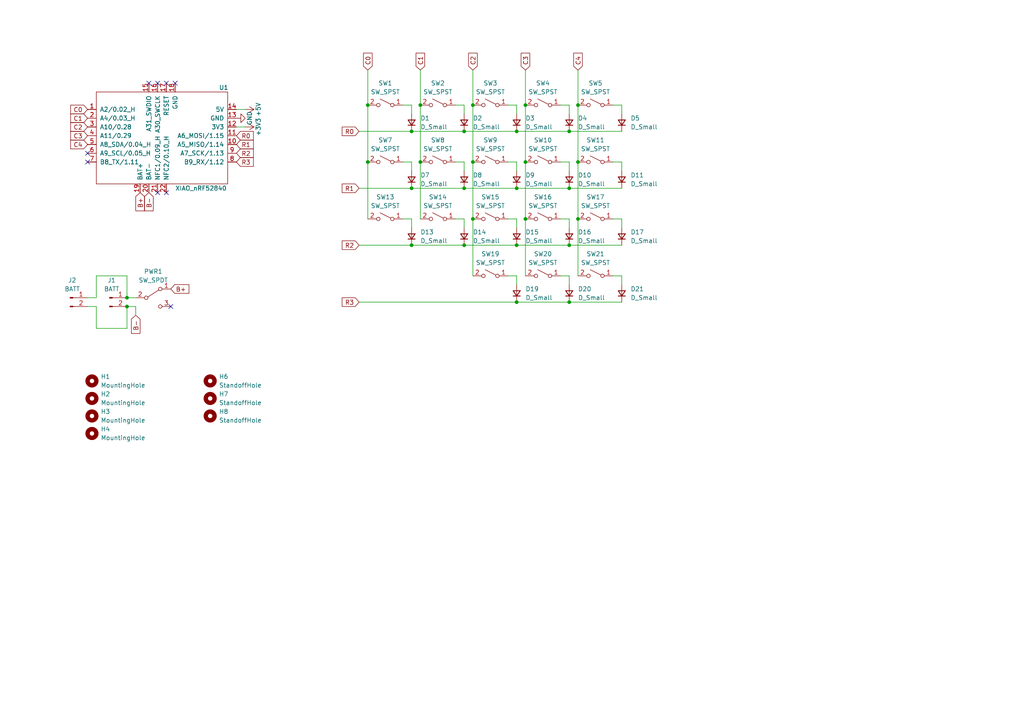
<source format=kicad_sch>
(kicad_sch (version 20230121) (generator eeschema)
  (paper "A4")
  (lib_symbols
    (symbol "Connector:Conn_01x02_Pin" (pin_names (offset 1.016) hide)
      (property "Reference" "J" (at 0 2.54 0))
      (property "Value" "Conn_01x02_Pin" (at 0 -5.08 0))
      (symbol "Conn_01x02_Pin_1_1"
        (polyline (pts (xy 1.27 -2.54) (xy 0.8636 -2.54)) (stroke (width 0.1524)))
        (polyline (pts (xy 1.27 0) (xy 0.8636 0)) (stroke (width 0.1524)))
        (rectangle (start 0.8636 -2.413) (end 0 -2.667) (stroke (width 0.1524)) (fill (type outline)))
        (rectangle (start 0.8636 0.127) (end 0 -0.127) (stroke (width 0.1524)) (fill (type outline)))
        (pin passive line (at 5.08 0 180) (length 3.81) (name "Pin_1") (number "1"))
        (pin passive line (at 5.08 -2.54 180) (length 3.81) (name "Pin_2") (number "2"))
      )
    )
    (symbol "Device:D_Small" (pin_numbers hide) (pin_names (offset 0.254) hide)
      (property "Reference" "D" (at -1.27 2.032 0))
      (property "Value" "D_Small" (at -3.81 -2.032 0))
      (symbol "D_Small_0_1"
        (polyline (pts (xy -0.762 -1.016) (xy -0.762 1.016)) (stroke (width 0.254)))
        (polyline (pts (xy -0.762 0) (xy 0.762 0)))
        (polyline (pts (xy 0.762 -1.016) (xy -0.762 0) (xy 0.762 1.016) (xy 0.762 -1.016)) (stroke (width 0.254)))
      )
      (symbol "D_Small_1_1"
        (pin passive line (at -2.54 0 0) (length 1.778) (name "K") (number "1"))
        (pin passive line (at 2.54 0 180) (length 1.778) (name "A") (number "2"))
      )
    )
    (symbol "Mechanical:MountingHole" (pin_names (offset 1.016))
      (property "Reference" "H" (at 0 5.08 0))
      (property "Value" "MountingHole" (at 0 3.175 0))
      (symbol "MountingHole_0_1"
        (circle (center 0 0) (radius 1.27) (stroke (width 1.27)))
      )
    )
    (symbol "Switch:SW_SPDT" (pin_names (offset 0) hide)
      (property "Reference" "SW" (at 0 4.318 0))
      (property "Value" "SW_SPDT" (at 0 -5.08 0))
      (symbol "SW_SPDT_0_0"
        (circle (center -2.032 0) (radius 0.508))
        (circle (center 2.032 -2.54) (radius 0.508))
      )
      (symbol "SW_SPDT_0_1"
        (polyline (pts (xy -1.524 0.254) (xy 1.651 2.286)))
        (circle (center 2.032 2.54) (radius 0.508))
      )
      (symbol "SW_SPDT_1_1"
        (pin passive line (at 5.08 2.54 180) (length 2.54) (name "A") (number "1"))
        (pin passive line (at -5.08 0 0) (length 2.54) (name "B") (number "2"))
        (pin passive line (at 5.08 -2.54 180) (length 2.54) (name "C") (number "3"))
      )
    )
    (symbol "Switch:SW_SPST" (pin_names (offset 0) hide)
      (property "Reference" "SW" (at 0 3.175 0))
      (property "Value" "SW_SPST" (at 0 -2.54 0))
      (symbol "SW_SPST_0_0"
        (circle (center -2.032 0) (radius 0.508))
        (polyline (pts (xy -1.524 0.254) (xy 1.524 1.778)))
        (circle (center 2.032 0) (radius 0.508))
      )
      (symbol "SW_SPST_1_1"
        (pin passive line (at -5.08 0 0) (length 2.54) (name "A") (number "1"))
        (pin passive line (at 5.08 0 180) (length 2.54) (name "B") (number "2"))
      )
    )
    (symbol "one:XIAO_nRF52840" (pin_names (offset 1.016))
      (property "Reference" "U" (at 19.05 13.97 0))
      (property "Value" "XIAO_nRF52840" (at 19.05 -15.24 0))
      (symbol "XIAO_nRF52840_0_1"
        (rectangle (start -19.05 12.7) (end 19.05 -13.97))
      )
      (symbol "XIAO_nRF52840_1_1"
        (pin bidirectional line (at -21.59 7.62 0) (length 2.54) (name "A2/0.02_H") (number "1"))
        (pin bidirectional line (at 21.59 -2.54 180) (length 2.54) (name "A5_MISO/1.14") (number "10"))
        (pin bidirectional line (at 21.59 0 180) (length 2.54) (name "A6_MOSI/1.15") (number "11"))
        (pin power_out line (at 21.59 2.54 180) (length 2.54) (name "3V3") (number "12"))
        (pin power_out line (at 21.59 5.08 180) (length 2.54) (name "GND") (number "13"))
        (pin power_out line (at 21.59 7.62 180) (length 2.54) (name "5V") (number "14"))
        (pin input line (at -3.81 15.24 270) (length 2.54) (name "A31_SWDIO") (number "15"))
        (pin input line (at -1.27 15.24 270) (length 2.54) (name "A30_SWCLK") (number "16"))
        (pin input line (at 1.27 15.24 270) (length 2.54) (name "RESET") (number "17"))
        (pin power_out line (at 3.81 15.24 270) (length 2.54) (name "GND") (number "18"))
        (pin power_in line (at -6.35 -16.51 90) (length 2.54) (name "BAT+") (number "19"))
        (pin bidirectional line (at -21.59 5.08 0) (length 2.54) (name "A4/0.03_H") (number "2"))
        (pin power_in line (at -3.81 -16.51 90) (length 2.54) (name "BAT-") (number "20"))
        (pin bidirectional line (at -1.27 -16.51 90) (length 2.54) (name "NFC1/0.09_H") (number "21"))
        (pin bidirectional line (at 1.27 -16.51 90) (length 2.54) (name "NFC2/0.10_H") (number "22"))
        (pin bidirectional line (at -21.59 2.54 0) (length 2.54) (name "A10/0.28") (number "3"))
        (pin bidirectional line (at -21.59 0 0) (length 2.54) (name "A11/0.29") (number "4"))
        (pin bidirectional line (at -21.59 -2.54 0) (length 2.54) (name "A8_SDA/0.04_H") (number "5"))
        (pin bidirectional line (at -21.59 -5.08 0) (length 2.54) (name "A9_SCL/0.05_H") (number "6"))
        (pin bidirectional line (at -21.59 -7.62 0) (length 2.54) (name "B8_TX/1.11") (number "7"))
        (pin bidirectional line (at 21.59 -7.62 180) (length 2.54) (name "B9_RX/1.12") (number "8"))
        (pin bidirectional line (at 21.59 -5.08 180) (length 2.54) (name "A7_SCK/1.13") (number "9"))
      )
    )
    (symbol "power:+3V3" (power) (pin_names (offset 0))
      (property "Value" "+3V3" (at 0 3.556 0))
      (symbol "+3V3_0_1"
        (polyline (pts (xy -0.762 1.27) (xy 0 2.54)))
        (polyline (pts (xy 0 0) (xy 0 2.54)))
        (polyline (pts (xy 0 2.54) (xy 0.762 1.27)))
      )
      (symbol "+3V3_1_1"
        (pin power_in line (at 0 0 90) (length 0) hide (name "+3V3") (number "1"))
      )
    )
    (symbol "power:+5V" (power) (pin_names (offset 0))
      (property "Value" "+5V" (at 0 3.556 0))
      (symbol "+5V_0_1"
        (polyline (pts (xy -0.762 1.27) (xy 0 2.54)))
        (polyline (pts (xy 0 0) (xy 0 2.54)))
        (polyline (pts (xy 0 2.54) (xy 0.762 1.27)))
      )
      (symbol "+5V_1_1"
        (pin power_in line (at 0 0 90) (length 0) hide (name "+5V") (number "1"))
      )
    )
    (symbol "power:GND" (power) (pin_names (offset 0))
      (property "Value" "GND" (at 0 -3.81 0))
      (symbol "GND_0_1"
        (polyline (pts (xy 0 0) (xy 0 -1.27) (xy 1.27 -1.27) (xy 0 -2.54) (xy -1.27 -1.27) (xy 0 -1.27)))
      )
      (symbol "GND_1_1"
        (pin power_in line (at 0 0 270) (length 0) hide (name "GND") (number "1"))
      )
    )
  )
  (junction (at 137.16 63.5))
  (junction (at 165.1 38.1))
  (junction (at 137.16 46.99))
  (junction (at 134.62 54.61))
  (junction (at 152.4 30.48))
  (junction (at 165.1 54.61))
  (junction (at 165.1 87.63))
  (junction (at 167.64 63.5))
  (junction (at 152.4 46.99))
  (junction (at 134.62 71.12))
  (junction (at 106.68 30.48))
  (junction (at 137.16 30.48))
  (junction (at 119.38 71.12))
  (junction (at 134.62 38.1))
  (junction (at 36.83 86.36))
  (junction (at 119.38 54.61))
  (junction (at 149.86 71.12))
  (junction (at 149.86 54.61))
  (junction (at 121.92 46.99))
  (junction (at 121.92 30.48))
  (junction (at 36.83 88.9))
  (junction (at 165.1 71.12))
  (junction (at 167.64 46.99))
  (junction (at 119.38 38.1))
  (junction (at 106.68 46.99))
  (junction (at 149.86 87.63))
  (junction (at 149.86 38.1))
  (junction (at 152.4 63.5))
  (junction (at 167.64 30.48))
  (no_connect (at 43.18 24.13))
  (no_connect (at 50.8 24.13))
  (no_connect (at 48.26 24.13))
  (no_connect (at 25.4 44.45))
  (no_connect (at 45.72 24.13))
  (no_connect (at 49.53 88.9))
  (no_connect (at 48.26 55.88))
  (no_connect (at 25.4 46.99))
  (no_connect (at 45.72 55.88))
  (wire (pts (xy 39.37 88.9) (xy 39.37 91.44)))
  (wire (pts (xy 152.4 20.32) (xy 152.4 30.48)))
  (wire (pts (xy 134.62 46.99) (xy 134.62 49.53)))
  (wire (pts (xy 149.86 38.1) (xy 165.1 38.1)))
  (wire (pts (xy 116.84 63.5) (xy 119.38 63.5)))
  (wire (pts (xy 165.1 54.61) (xy 180.34 54.61)))
  (wire (pts (xy 149.86 46.99) (xy 149.86 49.53)))
  (wire (pts (xy 167.64 30.48) (xy 167.64 46.99)))
  (wire (pts (xy 27.94 86.36) (xy 27.94 80.01)))
  (wire (pts (xy 149.86 71.12) (xy 165.1 71.12)))
  (wire (pts (xy 165.1 87.63) (xy 180.34 87.63)))
  (wire (pts (xy 177.8 63.5) (xy 180.34 63.5)))
  (wire (pts (xy 180.34 63.5) (xy 180.34 66.04)))
  (wire (pts (xy 119.38 38.1) (xy 134.62 38.1)))
  (wire (pts (xy 137.16 63.5) (xy 137.16 80.01)))
  (wire (pts (xy 167.64 20.32) (xy 167.64 30.48)))
  (wire (pts (xy 180.34 80.01) (xy 180.34 82.55)))
  (wire (pts (xy 121.92 20.32) (xy 121.92 30.48)))
  (wire (pts (xy 152.4 46.99) (xy 152.4 63.5)))
  (wire (pts (xy 119.38 30.48) (xy 119.38 33.02)))
  (wire (pts (xy 119.38 46.99) (xy 119.38 49.53)))
  (wire (pts (xy 104.14 71.12) (xy 119.38 71.12)))
  (wire (pts (xy 180.34 30.48) (xy 180.34 33.02)))
  (wire (pts (xy 177.8 30.48) (xy 180.34 30.48)))
  (wire (pts (xy 104.14 54.61) (xy 119.38 54.61)))
  (wire (pts (xy 27.94 80.01) (xy 36.83 80.01)))
  (wire (pts (xy 36.83 86.36) (xy 39.37 86.36)))
  (wire (pts (xy 137.16 46.99) (xy 137.16 63.5)))
  (wire (pts (xy 119.38 63.5) (xy 119.38 66.04)))
  (wire (pts (xy 152.4 63.5) (xy 152.4 80.01)))
  (wire (pts (xy 162.56 80.01) (xy 165.1 80.01)))
  (wire (pts (xy 165.1 63.5) (xy 165.1 66.04)))
  (wire (pts (xy 134.62 30.48) (xy 134.62 33.02)))
  (wire (pts (xy 71.12 36.83) (xy 68.58 36.83)))
  (wire (pts (xy 167.64 63.5) (xy 167.64 80.01)))
  (wire (pts (xy 25.4 88.9) (xy 27.94 88.9)))
  (wire (pts (xy 152.4 30.48) (xy 152.4 46.99)))
  (wire (pts (xy 116.84 30.48) (xy 119.38 30.48)))
  (wire (pts (xy 134.62 38.1) (xy 149.86 38.1)))
  (wire (pts (xy 36.83 80.01) (xy 36.83 86.36)))
  (wire (pts (xy 121.92 46.99) (xy 121.92 63.5)))
  (wire (pts (xy 147.32 80.01) (xy 149.86 80.01)))
  (wire (pts (xy 104.14 87.63) (xy 149.86 87.63)))
  (wire (pts (xy 147.32 63.5) (xy 149.86 63.5)))
  (wire (pts (xy 167.64 46.99) (xy 167.64 63.5)))
  (wire (pts (xy 165.1 46.99) (xy 165.1 49.53)))
  (wire (pts (xy 36.83 88.9) (xy 39.37 88.9)))
  (wire (pts (xy 134.62 54.61) (xy 149.86 54.61)))
  (wire (pts (xy 104.14 38.1) (xy 119.38 38.1)))
  (wire (pts (xy 149.86 87.63) (xy 165.1 87.63)))
  (wire (pts (xy 119.38 71.12) (xy 134.62 71.12)))
  (wire (pts (xy 162.56 46.99) (xy 165.1 46.99)))
  (wire (pts (xy 165.1 71.12) (xy 180.34 71.12)))
  (wire (pts (xy 180.34 46.99) (xy 180.34 49.53)))
  (wire (pts (xy 132.08 46.99) (xy 134.62 46.99)))
  (wire (pts (xy 134.62 71.12) (xy 149.86 71.12)))
  (wire (pts (xy 121.92 30.48) (xy 121.92 46.99)))
  (wire (pts (xy 149.86 54.61) (xy 165.1 54.61)))
  (wire (pts (xy 119.38 54.61) (xy 134.62 54.61)))
  (wire (pts (xy 106.68 46.99) (xy 106.68 63.5)))
  (wire (pts (xy 27.94 95.25) (xy 36.83 95.25)))
  (wire (pts (xy 132.08 63.5) (xy 134.62 63.5)))
  (wire (pts (xy 147.32 30.48) (xy 149.86 30.48)))
  (wire (pts (xy 36.83 88.9) (xy 36.83 95.25)))
  (wire (pts (xy 149.86 63.5) (xy 149.86 66.04)))
  (wire (pts (xy 149.86 80.01) (xy 149.86 82.55)))
  (wire (pts (xy 177.8 80.01) (xy 180.34 80.01)))
  (wire (pts (xy 149.86 30.48) (xy 149.86 33.02)))
  (wire (pts (xy 27.94 88.9) (xy 27.94 95.25)))
  (wire (pts (xy 162.56 63.5) (xy 165.1 63.5)))
  (wire (pts (xy 137.16 20.32) (xy 137.16 30.48)))
  (wire (pts (xy 134.62 63.5) (xy 134.62 66.04)))
  (wire (pts (xy 106.68 30.48) (xy 106.68 46.99)))
  (wire (pts (xy 177.8 46.99) (xy 180.34 46.99)))
  (wire (pts (xy 132.08 30.48) (xy 134.62 30.48)))
  (wire (pts (xy 71.12 31.75) (xy 68.58 31.75)))
  (wire (pts (xy 165.1 80.01) (xy 165.1 82.55)))
  (wire (pts (xy 165.1 38.1) (xy 180.34 38.1)))
  (wire (pts (xy 116.84 46.99) (xy 119.38 46.99)))
  (wire (pts (xy 162.56 30.48) (xy 165.1 30.48)))
  (wire (pts (xy 147.32 46.99) (xy 149.86 46.99)))
  (wire (pts (xy 106.68 20.32) (xy 106.68 30.48)))
  (wire (pts (xy 25.4 86.36) (xy 27.94 86.36)))
  (wire (pts (xy 137.16 30.48) (xy 137.16 46.99)))
  (wire (pts (xy 165.1 30.48) (xy 165.1 33.02)))
  (global_label "R2" (shape input) (at 68.58 44.45 0) (property "Intersheetrefs" "${INTERSHEET_REFS}" (effects hide)))
  (global_label "B-" (shape input) (at 43.18 55.88 270) (property "Intersheetrefs" "${INTERSHEET_REFS}" (effects hide)))
  (global_label "B+" (shape input) (at 49.53 83.82 0) (property "Intersheetrefs" "${INTERSHEET_REFS}" (effects hide)))
  (global_label "R2" (shape input) (at 104.14 71.12 180) (property "Intersheetrefs" "${INTERSHEET_REFS}" (effects hide)))
  (global_label "C3" (shape input) (at 25.4 39.37 180) (property "Intersheetrefs" "${INTERSHEET_REFS}" (effects hide)))
  (global_label "C4" (shape input) (at 25.4 41.91 180) (property "Intersheetrefs" "${INTERSHEET_REFS}" (effects hide)))
  (global_label "C0" (shape input) (at 106.68 20.32 90) (property "Intersheetrefs" "${INTERSHEET_REFS}" (effects hide)))
  (global_label "R0" (shape input) (at 104.14 38.1 180) (property "Intersheetrefs" "${INTERSHEET_REFS}" (effects hide)))
  (global_label "C4" (shape input) (at 167.64 20.32 90) (property "Intersheetrefs" "${INTERSHEET_REFS}" (effects hide)))
  (global_label "R1" (shape input) (at 68.58 41.91 0) (property "Intersheetrefs" "${INTERSHEET_REFS}" (effects hide)))
  (global_label "R1" (shape input) (at 104.14 54.61 180) (property "Intersheetrefs" "${INTERSHEET_REFS}" (effects hide)))
  (global_label "R3" (shape input) (at 104.14 87.63 180) (property "Intersheetrefs" "${INTERSHEET_REFS}" (effects hide)))
  (global_label "C2" (shape input) (at 25.4 36.83 180) (property "Intersheetrefs" "${INTERSHEET_REFS}" (effects hide)))
  (global_label "C1" (shape input) (at 121.92 20.32 90) (property "Intersheetrefs" "${INTERSHEET_REFS}" (effects hide)))
  (global_label "C2" (shape input) (at 137.16 20.32 90) (property "Intersheetrefs" "${INTERSHEET_REFS}" (effects hide)))
  (global_label "R0" (shape input) (at 68.58 39.37 0) (property "Intersheetrefs" "${INTERSHEET_REFS}" (effects hide)))
  (global_label "C0" (shape input) (at 25.4 31.75 180) (property "Intersheetrefs" "${INTERSHEET_REFS}" (effects hide)))
  (global_label "B-" (shape input) (at 39.37 91.44 270) (property "Intersheetrefs" "${INTERSHEET_REFS}" (effects hide)))
  (global_label "C1" (shape input) (at 25.4 34.29 180) (property "Intersheetrefs" "${INTERSHEET_REFS}" (effects hide)))
  (global_label "B+" (shape input) (at 40.64 55.88 270) (property "Intersheetrefs" "${INTERSHEET_REFS}" (effects hide)))
  (global_label "R3" (shape input) (at 68.58 46.99 0) (property "Intersheetrefs" "${INTERSHEET_REFS}" (effects hide)))
  (global_label "C3" (shape input) (at 152.4 20.32 90) (property "Intersheetrefs" "${INTERSHEET_REFS}" (effects hide)))
  (symbol (lib_id "Switch:SW_SPST") (at 172.72 63.5 0) (mirror y) (unit 1)
    (property "Reference" "SW17" (at 172.72 57.15 0))
    (property "Value" "SW_SPST" (at 172.72 59.69 0))
    (property "Footprint" "scuffy:KS-27_KS-33_Hotswap_1U_DUAL" (effects hide))
  )
  (symbol (lib_id "Mechanical:MountingHole") (at 26.67 125.73 0) (unit 1)
    (property "Reference" "H4" (at 29.21 124.46 0) (effects (justify left)))
    (property "Value" "MountingHole" (at 29.21 127 0) (effects (justify left)))
    (property "Footprint" "scuffy:Hole_4.2mm" (effects hide))
  )
  (symbol (lib_id "Connector:Conn_01x02_Pin") (at 31.75 86.36 0) (unit 1)
    (property "Reference" "J1" (at 32.385 81.28 0))
    (property "Value" "BATT" (at 32.385 83.82 0))
    (property "Footprint" "scuffy:Battery" (effects hide))
  )
  (symbol (lib_id "Switch:SW_SPST") (at 142.24 63.5 0) (mirror y) (unit 1)
    (property "Reference" "SW15" (at 142.24 57.15 0))
    (property "Value" "SW_SPST" (at 142.24 59.69 0))
    (property "Footprint" "scuffy:KS-27_KS-33_Hotswap_1U_DUAL" (effects hide))
  )
  (symbol (lib_id "Device:D_Small") (at 134.62 35.56 90) (unit 1)
    (property "Reference" "D2" (at 137.16 34.29 90) (effects (justify right)))
    (property "Value" "D_Small" (at 137.16 36.83 90) (effects (justify right)))
    (property "Footprint" "scuffy:Diode_TH_SMD_DUAL" (effects hide))
    (property "Sim.Device" "D" (effects hide))
    (property "Sim.Pins" "1=K 2=A" (effects hide))
  )
  (symbol (lib_id "Switch:SW_SPST") (at 142.24 46.99 0) (mirror y) (unit 1)
    (property "Reference" "SW9" (at 142.24 40.64 0))
    (property "Value" "SW_SPST" (at 142.24 43.18 0))
    (property "Footprint" "scuffy:KS-27_KS-33_Hotswap_1U_DUAL" (effects hide))
  )
  (symbol (lib_id "Device:D_Small") (at 149.86 85.09 90) (unit 1)
    (property "Reference" "D19" (at 152.4 83.82 90) (effects (justify right)))
    (property "Value" "D_Small" (at 152.4 86.36 90) (effects (justify right)))
    (property "Footprint" "scuffy:Diode_TH_SMD_DUAL" (effects hide))
    (property "Sim.Device" "D" (effects hide))
    (property "Sim.Pins" "1=K 2=A" (effects hide))
  )
  (symbol (lib_id "Switch:SW_SPDT") (at 44.45 86.36 0) (unit 1)
    (property "Reference" "PWR1" (at 44.45 78.74 0))
    (property "Value" "SW_SPDT" (at 44.45 81.28 0))
    (property "Footprint" "scuffy:MSK-12C02_DUAL" (effects hide))
  )
  (symbol (lib_id "power:+3V3") (at 71.12 36.83 270) (unit 1)
    (property "Reference" "#PWR02" (effects hide))
    (property "Value" "+3V3" (at 74.93 36.83 0))
  )
  (symbol (lib_id "Device:D_Small") (at 149.86 35.56 90) (unit 1)
    (property "Reference" "D3" (at 152.4 34.29 90) (effects (justify right)))
    (property "Value" "D_Small" (at 152.4 36.83 90) (effects (justify right)))
    (property "Footprint" "scuffy:Diode_TH_SMD_DUAL" (effects hide))
    (property "Sim.Device" "D" (effects hide))
    (property "Sim.Pins" "1=K 2=A" (effects hide))
  )
  (symbol (lib_id "Switch:SW_SPST") (at 127 30.48 0) (mirror y) (unit 1)
    (property "Reference" "SW2" (at 127 24.13 0))
    (property "Value" "SW_SPST" (at 127 26.67 0))
    (property "Footprint" "scuffy:KS-27_KS-33_Hotswap_1U_DUAL" (effects hide))
  )
  (symbol (lib_id "Device:D_Small") (at 119.38 68.58 90) (unit 1)
    (property "Reference" "D13" (at 121.92 67.31 90) (effects (justify right)))
    (property "Value" "D_Small" (at 121.92 69.85 90) (effects (justify right)))
    (property "Footprint" "scuffy:Diode_TH_SMD_DUAL" (effects hide))
    (property "Sim.Device" "D" (effects hide))
    (property "Sim.Pins" "1=K 2=A" (effects hide))
  )
  (symbol (lib_id "Switch:SW_SPST") (at 172.72 80.01 0) (mirror y) (unit 1)
    (property "Reference" "SW21" (at 172.72 73.66 0))
    (property "Value" "SW_SPST" (at 172.72 76.2 0))
    (property "Footprint" "scuffy:KS-27_KS-33_Hotswap_1U_DUAL" (effects hide))
  )
  (symbol (lib_id "Switch:SW_SPST") (at 127 63.5 0) (mirror y) (unit 1)
    (property "Reference" "SW14" (at 127 57.15 0))
    (property "Value" "SW_SPST" (at 127 59.69 0))
    (property "Footprint" "scuffy:KS-27_KS-33_Hotswap_1U_DUAL" (effects hide))
  )
  (symbol (lib_id "Mechanical:MountingHole") (at 60.96 110.49 0) (unit 1)
    (property "Reference" "H6" (at 63.5 109.22 0) (effects (justify left)))
    (property "Value" "StandoffHole" (at 63.5 111.76 0) (effects (justify left)))
    (property "Footprint" "scuffy:Hole_2.2mm" (effects hide))
  )
  (symbol (lib_id "Switch:SW_SPST") (at 142.24 30.48 0) (mirror y) (unit 1)
    (property "Reference" "SW3" (at 142.24 24.13 0))
    (property "Value" "SW_SPST" (at 142.24 26.67 0))
    (property "Footprint" "scuffy:KS-27_KS-33_Hotswap_1U_DUAL" (effects hide))
  )
  (symbol (lib_id "Device:D_Small") (at 119.38 35.56 90) (unit 1)
    (property "Reference" "D1" (at 121.92 34.29 90) (effects (justify right)))
    (property "Value" "D_Small" (at 121.92 36.83 90) (effects (justify right)))
    (property "Footprint" "scuffy:Diode_TH_SMD_DUAL" (effects hide))
    (property "Sim.Device" "D" (effects hide))
    (property "Sim.Pins" "1=K 2=A" (effects hide))
  )
  (symbol (lib_id "Device:D_Small") (at 165.1 35.56 90) (unit 1)
    (property "Reference" "D4" (at 167.64 34.29 90) (effects (justify right)))
    (property "Value" "D_Small" (at 167.64 36.83 90) (effects (justify right)))
    (property "Footprint" "scuffy:Diode_TH_SMD_DUAL" (effects hide))
    (property "Sim.Device" "D" (effects hide))
    (property "Sim.Pins" "1=K 2=A" (effects hide))
  )
  (symbol (lib_id "Device:D_Small") (at 180.34 52.07 90) (unit 1)
    (property "Reference" "D11" (at 182.88 50.8 90) (effects (justify right)))
    (property "Value" "D_Small" (at 182.88 53.34 90) (effects (justify right)))
    (property "Footprint" "scuffy:Diode_TH_SMD_DUAL" (effects hide))
    (property "Sim.Device" "D" (effects hide))
    (property "Sim.Pins" "1=K 2=A" (effects hide))
  )
  (symbol (lib_id "Mechanical:MountingHole") (at 26.67 115.57 0) (unit 1)
    (property "Reference" "H2" (at 29.21 114.3 0) (effects (justify left)))
    (property "Value" "MountingHole" (at 29.21 116.84 0) (effects (justify left)))
    (property "Footprint" "scuffy:Hole_4.2mm" (effects hide))
  )
  (symbol (lib_id "Device:D_Small") (at 119.38 52.07 90) (unit 1)
    (property "Reference" "D7" (at 121.92 50.8 90) (effects (justify right)))
    (property "Value" "D_Small" (at 121.92 53.34 90) (effects (justify right)))
    (property "Footprint" "scuffy:Diode_TH_SMD_DUAL" (effects hide))
    (property "Sim.Device" "D" (effects hide))
    (property "Sim.Pins" "1=K 2=A" (effects hide))
  )
  (symbol (lib_id "Switch:SW_SPST") (at 111.76 30.48 0) (mirror y) (unit 1)
    (property "Reference" "SW1" (at 111.76 24.13 0))
    (property "Value" "SW_SPST" (at 111.76 26.67 0))
    (property "Footprint" "scuffy:KS-27_KS-33_Hotswap_1U_DUAL" (effects hide))
  )
  (symbol (lib_id "Device:D_Small") (at 149.86 52.07 90) (unit 1)
    (property "Reference" "D9" (at 152.4 50.8 90) (effects (justify right)))
    (property "Value" "D_Small" (at 152.4 53.34 90) (effects (justify right)))
    (property "Footprint" "scuffy:Diode_TH_SMD_DUAL" (effects hide))
    (property "Sim.Device" "D" (effects hide))
    (property "Sim.Pins" "1=K 2=A" (effects hide))
  )
  (symbol (lib_id "power:GND") (at 68.58 34.29 90) (unit 1)
    (property "Reference" "#PWR03" (effects hide))
    (property "Value" "GND" (at 72.39 34.29 0))
  )
  (symbol (lib_id "power:+5V") (at 71.12 31.75 270) (unit 1)
    (property "Reference" "#PWR01" (effects hide))
    (property "Value" "+5V" (at 74.93 31.75 0))
  )
  (symbol (lib_id "Device:D_Small") (at 165.1 68.58 90) (unit 1)
    (property "Reference" "D16" (at 167.64 67.31 90) (effects (justify right)))
    (property "Value" "D_Small" (at 167.64 69.85 90) (effects (justify right)))
    (property "Footprint" "scuffy:Diode_TH_SMD_DUAL" (effects hide))
    (property "Sim.Device" "D" (effects hide))
    (property "Sim.Pins" "1=K 2=A" (effects hide))
  )
  (symbol (lib_id "one:XIAO_nRF52840") (at 46.99 39.37 0) (unit 1)
    (property "Reference" "U1" (at 63.5 25.4 0) (effects (justify left)))
    (property "Value" "XIAO_nRF52840" (at 50.8 54.61 0) (effects (justify left)))
    (property "Footprint" "scuffy:XIAO_nRF52840_DUAL" (effects hide))
  )
  (symbol (lib_id "Mechanical:MountingHole") (at 26.67 120.65 0) (unit 1)
    (property "Reference" "H3" (at 29.21 119.38 0) (effects (justify left)))
    (property "Value" "MountingHole" (at 29.21 121.92 0) (effects (justify left)))
    (property "Footprint" "scuffy:Hole_4.2mm" (effects hide))
  )
  (symbol (lib_id "Switch:SW_SPST") (at 172.72 46.99 0) (mirror y) (unit 1)
    (property "Reference" "SW11" (at 172.72 40.64 0))
    (property "Value" "SW_SPST" (at 172.72 43.18 0))
    (property "Footprint" "scuffy:KS-27_KS-33_Hotswap_1U_DUAL" (effects hide))
  )
  (symbol (lib_id "Switch:SW_SPST") (at 157.48 63.5 0) (mirror y) (unit 1)
    (property "Reference" "SW16" (at 157.48 57.15 0))
    (property "Value" "SW_SPST" (at 157.48 59.69 0))
    (property "Footprint" "scuffy:KS-27_KS-33_Hotswap_1U_DUAL" (effects hide))
  )
  (symbol (lib_id "Device:D_Small") (at 180.34 85.09 90) (unit 1)
    (property "Reference" "D21" (at 182.88 83.82 90) (effects (justify right)))
    (property "Value" "D_Small" (at 182.88 86.36 90) (effects (justify right)))
    (property "Footprint" "scuffy:Diode_TH_SMD_DUAL" (effects hide))
    (property "Sim.Device" "D" (effects hide))
    (property "Sim.Pins" "1=K 2=A" (effects hide))
  )
  (symbol (lib_id "Device:D_Small") (at 134.62 52.07 90) (unit 1)
    (property "Reference" "D8" (at 137.16 50.8 90) (effects (justify right)))
    (property "Value" "D_Small" (at 137.16 53.34 90) (effects (justify right)))
    (property "Footprint" "scuffy:Diode_TH_SMD_DUAL" (effects hide))
    (property "Sim.Device" "D" (effects hide))
    (property "Sim.Pins" "1=K 2=A" (effects hide))
  )
  (symbol (lib_id "Switch:SW_SPST") (at 111.76 46.99 0) (mirror y) (unit 1)
    (property "Reference" "SW7" (at 111.76 40.64 0))
    (property "Value" "SW_SPST" (at 111.76 43.18 0))
    (property "Footprint" "scuffy:KS-27_KS-33_Hotswap_1U_DUAL" (effects hide))
  )
  (symbol (lib_id "Switch:SW_SPST") (at 157.48 30.48 0) (mirror y) (unit 1)
    (property "Reference" "SW4" (at 157.48 24.13 0))
    (property "Value" "SW_SPST" (at 157.48 26.67 0))
    (property "Footprint" "scuffy:KS-27_KS-33_Hotswap_1U_DUAL" (effects hide))
  )
  (symbol (lib_id "Device:D_Small") (at 180.34 68.58 90) (unit 1)
    (property "Reference" "D17" (at 182.88 67.31 90) (effects (justify right)))
    (property "Value" "D_Small" (at 182.88 69.85 90) (effects (justify right)))
    (property "Footprint" "scuffy:Diode_TH_SMD_DUAL" (effects hide))
    (property "Sim.Device" "D" (effects hide))
    (property "Sim.Pins" "1=K 2=A" (effects hide))
  )
  (symbol (lib_id "Switch:SW_SPST") (at 127 46.99 0) (mirror y) (unit 1)
    (property "Reference" "SW8" (at 127 40.64 0))
    (property "Value" "SW_SPST" (at 127 43.18 0))
    (property "Footprint" "scuffy:KS-27_KS-33_Hotswap_1U_DUAL" (effects hide))
  )
  (symbol (lib_id "Switch:SW_SPST") (at 142.24 80.01 0) (mirror y) (unit 1)
    (property "Reference" "SW19" (at 142.24 73.66 0))
    (property "Value" "SW_SPST" (at 142.24 76.2 0))
    (property "Footprint" "scuffy:KS-27_KS-33_Hotswap_1U_DUAL" (effects hide))
  )
  (symbol (lib_id "Mechanical:MountingHole") (at 60.96 115.57 0) (unit 1)
    (property "Reference" "H7" (at 63.5 114.3 0) (effects (justify left)))
    (property "Value" "StandoffHole" (at 63.5 116.84 0) (effects (justify left)))
    (property "Footprint" "scuffy:Hole_2.2mm" (effects hide))
  )
  (symbol (lib_id "Switch:SW_SPST") (at 111.76 63.5 0) (mirror y) (unit 1)
    (property "Reference" "SW13" (at 111.76 57.15 0))
    (property "Value" "SW_SPST" (at 111.76 59.69 0))
    (property "Footprint" "scuffy:KS-27_KS-33_Hotswap_1U_DUAL" (effects hide))
  )
  (symbol (lib_id "Device:D_Small") (at 149.86 68.58 90) (unit 1)
    (property "Reference" "D15" (at 152.4 67.31 90) (effects (justify right)))
    (property "Value" "D_Small" (at 152.4 69.85 90) (effects (justify right)))
    (property "Footprint" "scuffy:Diode_TH_SMD_DUAL" (effects hide))
    (property "Sim.Device" "D" (effects hide))
    (property "Sim.Pins" "1=K 2=A" (effects hide))
  )
  (symbol (lib_id "Switch:SW_SPST") (at 157.48 46.99 0) (mirror y) (unit 1)
    (property "Reference" "SW10" (at 157.48 40.64 0))
    (property "Value" "SW_SPST" (at 157.48 43.18 0))
    (property "Footprint" "scuffy:KS-27_KS-33_Hotswap_1U_DUAL" (effects hide))
  )
  (symbol (lib_id "Device:D_Small") (at 165.1 85.09 90) (unit 1)
    (property "Reference" "D20" (at 167.64 83.82 90) (effects (justify right)))
    (property "Value" "D_Small" (at 167.64 86.36 90) (effects (justify right)))
    (property "Footprint" "scuffy:Diode_TH_SMD_DUAL" (effects hide))
    (property "Sim.Device" "D" (effects hide))
    (property "Sim.Pins" "1=K 2=A" (effects hide))
  )
  (symbol (lib_id "Switch:SW_SPST") (at 157.48 80.01 0) (mirror y) (unit 1)
    (property "Reference" "SW20" (at 157.48 73.66 0))
    (property "Value" "SW_SPST" (at 157.48 76.2 0))
    (property "Footprint" "scuffy:KS-27_KS-33_Hotswap_1U_DUAL" (effects hide))
  )
  (symbol (lib_id "Mechanical:MountingHole") (at 26.67 110.49 0) (unit 1)
    (property "Reference" "H1" (at 29.21 109.22 0) (effects (justify left)))
    (property "Value" "MountingHole" (at 29.21 111.76 0) (effects (justify left)))
    (property "Footprint" "scuffy:Hole_4.2mm" (effects hide))
  )
  (symbol (lib_id "Connector:Conn_01x02_Pin") (at 20.32 86.36 0) (unit 1)
    (property "Reference" "J2" (at 20.955 81.28 0))
    (property "Value" "BATT" (at 20.955 83.82 0))
    (property "Footprint" "scuffy:JST_SH_Battery_DUAL" (effects hide))
  )
  (symbol (lib_id "Switch:SW_SPST") (at 172.72 30.48 0) (mirror y) (unit 1)
    (property "Reference" "SW5" (at 172.72 24.13 0))
    (property "Value" "SW_SPST" (at 172.72 26.67 0))
    (property "Footprint" "scuffy:KS-27_KS-33_Hotswap_1U_DUAL" (effects hide))
  )
  (symbol (lib_id "Device:D_Small") (at 165.1 52.07 90) (unit 1)
    (property "Reference" "D10" (at 167.64 50.8 90) (effects (justify right)))
    (property "Value" "D_Small" (at 167.64 53.34 90) (effects (justify right)))
    (property "Footprint" "scuffy:Diode_TH_SMD_DUAL" (effects hide))
    (property "Sim.Device" "D" (effects hide))
    (property "Sim.Pins" "1=K 2=A" (effects hide))
  )
  (symbol (lib_id "Device:D_Small") (at 180.34 35.56 90) (unit 1)
    (property "Reference" "D5" (at 182.88 34.29 90) (effects (justify right)))
    (property "Value" "D_Small" (at 182.88 36.83 90) (effects (justify right)))
    (property "Footprint" "scuffy:Diode_TH_SMD_DUAL" (effects hide))
    (property "Sim.Device" "D" (effects hide))
    (property "Sim.Pins" "1=K 2=A" (effects hide))
  )
  (symbol (lib_id "Mechanical:MountingHole") (at 60.96 120.65 0) (unit 1)
    (property "Reference" "H8" (at 63.5 119.38 0) (effects (justify left)))
    (property "Value" "StandoffHole" (at 63.5 121.92 0) (effects (justify left)))
    (property "Footprint" "scuffy:Hole_2.2mm" (effects hide))
  )
  (symbol (lib_id "Device:D_Small") (at 134.62 68.58 90) (unit 1)
    (property "Reference" "D14" (at 137.16 67.31 90) (effects (justify right)))
    (property "Value" "D_Small" (at 137.16 69.85 90) (effects (justify right)))
    (property "Footprint" "scuffy:Diode_TH_SMD_DUAL" (effects hide))
    (property "Sim.Device" "D" (effects hide))
    (property "Sim.Pins" "1=K 2=A" (effects hide))
  )
)
</source>
